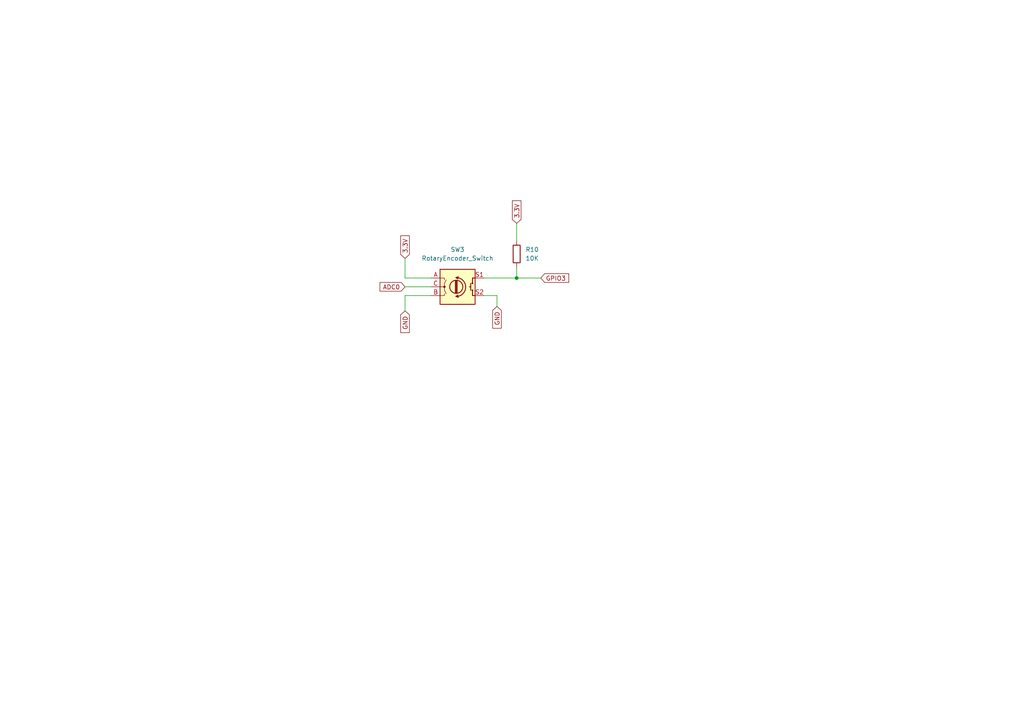
<source format=kicad_sch>
(kicad_sch (version 20211123) (generator eeschema)
  (paper "A4")
  (lib_symbols
    (symbol "Device:R" (pin_numbers hide) (pin_names (offset 0))
      (property "Reference" "R" (at 2.032 0 90))
      (property "Value" "R" (at 0 0 90))
      (symbol "R_0_1"
        (rectangle (start -1.016 -2.54) (end 1.016 2.54) (stroke (width 0.254)))
      )
      (symbol "R_1_1"
        (pin passive line (at 0 3.81 270) (length 1.27) (name "~") (number "1"))
        (pin passive line (at 0 -3.81 90) (length 1.27) (name "~") (number "2"))
      )
    )
    (symbol "Device:RotaryEncoder_Switch" (pin_names (offset 0.254) hide)
      (property "Reference" "SW" (at 0 6.604 0))
      (property "Value" "RotaryEncoder_Switch" (at 0 -6.604 0))
      (symbol "RotaryEncoder_Switch_0_1"
        (rectangle (start -5.08 5.08) (end 5.08 -5.08) (stroke (width 0.254)) (fill (type background)))
        (circle (center -3.81 0) (radius 0.254) (fill (type outline)))
        (arc (start -0.381 -2.794) (mid 2.3622 -0.0635) (end -0.381 2.667) (stroke (width 0.254)))
        (circle (center -0.381 0) (radius 1.905) (stroke (width 0.254)))
        (polyline (pts (xy -0.635 -1.778) (xy -0.635 1.778)) (stroke (width 0.254)))
        (polyline (pts (xy -0.381 -1.778) (xy -0.381 1.778)) (stroke (width 0.254)))
        (polyline (pts (xy -0.127 1.778) (xy -0.127 -1.778)) (stroke (width 0.254)))
        (polyline (pts (xy 3.81 0) (xy 3.429 0)) (stroke (width 0.254)))
        (polyline (pts (xy 3.81 1.016) (xy 3.81 -1.016)) (stroke (width 0.254)))
        (polyline (pts (xy -5.08 -2.54) (xy -3.81 -2.54) (xy -3.81 -2.032)))
        (polyline (pts (xy -5.08 2.54) (xy -3.81 2.54) (xy -3.81 2.032)))
        (polyline (pts (xy 0.254 -3.048) (xy -0.508 -2.794) (xy 0.127 -2.413)) (stroke (width 0.254)))
        (polyline (pts (xy 0.254 2.921) (xy -0.508 2.667) (xy 0.127 2.286)) (stroke (width 0.254)))
        (polyline (pts (xy 5.08 -2.54) (xy 4.318 -2.54) (xy 4.318 -1.016)) (stroke (width 0.254)))
        (polyline (pts (xy 5.08 2.54) (xy 4.318 2.54) (xy 4.318 1.016)) (stroke (width 0.254)))
        (polyline (pts (xy -5.08 0) (xy -3.81 0) (xy -3.81 -1.016) (xy -3.302 -2.032)))
        (polyline (pts (xy -4.318 0) (xy -3.81 0) (xy -3.81 1.016) (xy -3.302 2.032)))
        (circle (center 4.318 -1.016) (radius 0.127) (stroke (width 0.254)))
        (circle (center 4.318 1.016) (radius 0.127) (stroke (width 0.254)))
      )
      (symbol "RotaryEncoder_Switch_1_1"
        (pin passive line (at -7.62 2.54 0) (length 2.54) (name "A") (number "A"))
        (pin passive line (at -7.62 -2.54 0) (length 2.54) (name "B") (number "B"))
        (pin passive line (at -7.62 0 0) (length 2.54) (name "C") (number "C"))
        (pin passive line (at 7.62 2.54 180) (length 2.54) (name "S1") (number "S1"))
        (pin passive line (at 7.62 -2.54 180) (length 2.54) (name "S2") (number "S2"))
      )
    )
  )
  (junction (at 149.86 80.645))
  (wire (pts (xy 117.475 85.725) (xy 117.475 90.17)))
  (wire (pts (xy 140.335 85.725) (xy 144.145 85.725)))
  (wire (pts (xy 140.335 80.645) (xy 149.86 80.645)))
  (wire (pts (xy 144.145 85.725) (xy 144.145 88.9)))
  (wire (pts (xy 117.475 83.185) (xy 125.095 83.185)))
  (wire (pts (xy 149.86 64.77) (xy 149.86 69.85)))
  (wire (pts (xy 117.475 74.93) (xy 117.475 80.645)))
  (wire (pts (xy 149.86 80.645) (xy 156.845 80.645)))
  (wire (pts (xy 117.475 80.645) (xy 125.095 80.645)))
  (wire (pts (xy 149.86 77.47) (xy 149.86 80.645)))
  (wire (pts (xy 125.095 85.725) (xy 117.475 85.725)))
  (global_label "ADC0" (shape input) (at 117.475 83.185 180) (property "Intersheet References" "${INTERSHEET_REFS}" (effects hide)))
  (global_label "GND" (shape input) (at 117.475 90.17 270) (property "Intersheet References" "${INTERSHEET_REFS}" (effects hide)))
  (global_label "3.3V" (shape input) (at 117.475 74.93 90) (property "Intersheet References" "${INTERSHEET_REFS}" (effects hide)))
  (global_label "GND" (shape input) (at 144.145 88.9 270) (property "Intersheet References" "${INTERSHEET_REFS}" (effects hide)))
  (global_label "GPIO3" (shape input) (at 156.845 80.645 0) (property "Intersheet References" "${INTERSHEET_REFS}" (effects hide)))
  (global_label "3.3V" (shape input) (at 149.86 64.77 90) (property "Intersheet References" "${INTERSHEET_REFS}" (effects hide)))
  (symbol (lib_id "Device:RotaryEncoder_Switch") (at 132.715 83.185 0) (unit 1)
    (property "Reference" "SW3" (at 132.715 72.39 0))
    (property "Value" "RotaryEncoder_Switch" (at 132.715 74.93 0))
    (property "Footprint" "Rotary_Encoder:RotaryEncoder_Alps_EC12E-Switch_Vertical_H20mm" (effects hide))
  )
  (symbol (lib_id "Device:R") (at 149.86 73.66 0) (unit 1)
    (property "Reference" "R10" (at 152.4 72.3899 0) (effects (justify left)))
    (property "Value" "10K" (at 152.4 74.9299 0) (effects (justify left)))
    (property "Footprint" "Resistor_SMD:R_0805_2012Metric" (effects hide))
  )
)
</source>
